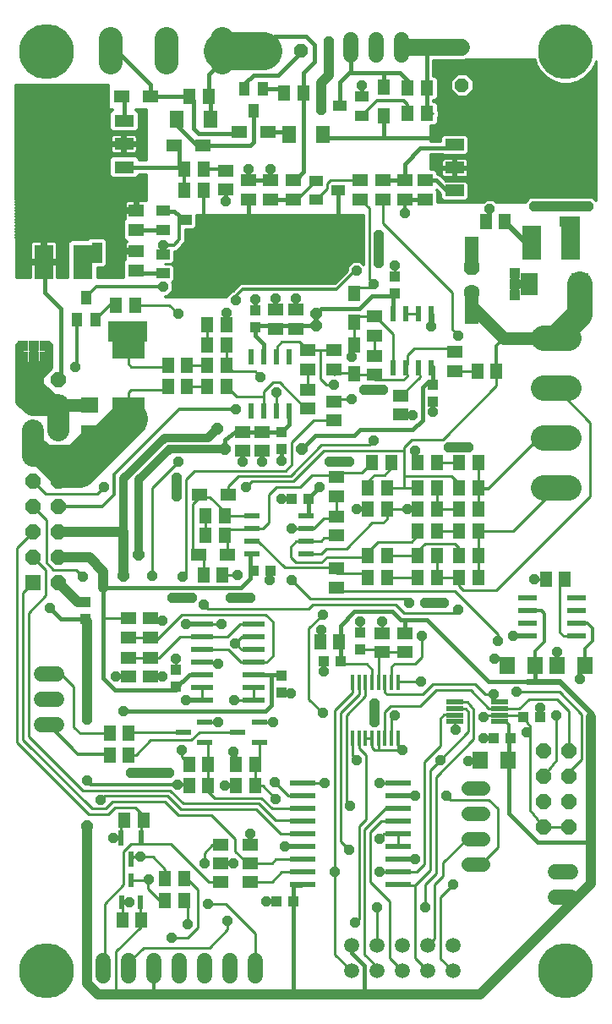
<source format=gtl>
G75*
G70*
%OFA0B0*%
%FSLAX24Y24*%
%IPPOS*%
%LPD*%
%AMOC8*
5,1,8,0,0,1.08239X$1,22.5*
%
%ADD10R,0.0551X0.0709*%
%ADD11R,0.0433X0.0394*%
%ADD12R,0.0591X0.0512*%
%ADD13R,0.0512X0.0591*%
%ADD14R,0.0630X0.0709*%
%ADD15R,0.0680X0.0190*%
%ADD16R,0.0138X0.0630*%
%ADD17R,0.1000X0.0220*%
%ADD18C,0.0594*%
%ADD19R,0.0394X0.0433*%
%ADD20C,0.1000*%
%ADD21OC8,0.0594*%
%ADD22C,0.0560*%
%ADD23C,0.0594*%
%ADD24C,0.0945*%
%ADD25R,0.0472X0.0591*%
%ADD26R,0.0591X0.0472*%
%ADD27OC8,0.0560*%
%ADD28R,0.0748X0.1339*%
%ADD29R,0.0866X0.0236*%
%ADD30R,0.0750X0.0450*%
%ADD31R,0.1250X0.2000*%
%ADD32OC8,0.0436*%
%ADD33R,0.0236X0.0610*%
%ADD34R,0.0394X0.0551*%
%ADD35R,0.0610X0.0236*%
%ADD36R,0.0551X0.0394*%
%ADD37R,0.1260X0.0709*%
%ADD38R,0.0600X0.0220*%
%ADD39R,0.0220X0.0600*%
%ADD40R,0.0220X0.0520*%
%ADD41R,0.0709X0.0630*%
%ADD42OC8,0.0630*%
%ADD43C,0.0630*%
%ADD44R,0.0551X0.1417*%
%ADD45C,0.0600*%
%ADD46R,0.0594X0.0594*%
%ADD47R,0.0780X0.0220*%
%ADD48R,0.0709X0.0866*%
%ADD49OC8,0.0396*%
%ADD50C,0.0120*%
%ADD51C,0.0100*%
%ADD52C,0.0160*%
%ADD53R,0.0396X0.0396*%
%ADD54C,0.0400*%
%ADD55C,0.0860*%
%ADD56C,0.0500*%
%ADD57C,0.0240*%
%ADD58OC8,0.0436*%
%ADD59R,0.0436X0.0436*%
%ADD60C,0.0340*%
%ADD61C,0.0320*%
%ADD62C,0.0660*%
%ADD63C,0.2165*%
%ADD64C,0.1500*%
D10*
X020162Y037801D03*
X021501Y037801D03*
X017051Y038401D03*
X015712Y038401D03*
D11*
X020247Y023451D03*
X020916Y023451D03*
X019416Y020601D03*
X018747Y020601D03*
X021522Y017026D03*
X022191Y017026D03*
X028222Y014001D03*
X028891Y014001D03*
X029397Y014826D03*
X030066Y014826D03*
X020316Y007576D03*
X019647Y007576D03*
X012106Y018691D03*
X012106Y019360D03*
D12*
X013831Y018725D03*
X013831Y017977D03*
X013831Y017175D03*
X013831Y016427D03*
X014681Y016427D03*
X014681Y017175D03*
X014681Y017977D03*
X014681Y018725D03*
X018313Y025327D03*
X018313Y026075D03*
X019082Y026075D03*
X019082Y025327D03*
X020881Y027002D03*
X020881Y027750D03*
X020881Y028552D03*
X020881Y029300D03*
X020425Y030145D03*
X020425Y030893D03*
X019619Y030900D03*
X019619Y030152D03*
X021908Y029304D03*
X021908Y028556D03*
X021906Y027275D03*
X021906Y026527D03*
X022031Y024295D03*
X022031Y023547D03*
X022031Y022750D03*
X022031Y022002D03*
X022031Y020700D03*
X022031Y019952D03*
X023831Y018150D03*
X023831Y017402D03*
X024706Y017402D03*
X024706Y018150D03*
X024550Y026772D03*
X024550Y027521D03*
X023506Y028327D03*
X023506Y029075D03*
X023506Y029877D03*
X023506Y030625D03*
X026681Y029225D03*
X026681Y028477D03*
X025531Y035252D03*
X025531Y036000D03*
X024706Y036000D03*
X024706Y035252D03*
X023856Y035252D03*
X023856Y036000D03*
X022956Y036000D03*
X022956Y035252D03*
X020306Y035252D03*
X020306Y036000D03*
X019431Y036000D03*
X019431Y035252D03*
X018556Y035252D03*
X018556Y036000D03*
X017656Y035627D03*
X017656Y036375D03*
X014131Y034800D03*
X014131Y034052D03*
X014131Y033200D03*
X014131Y032452D03*
D13*
X014080Y031076D03*
X013332Y031076D03*
X015382Y028701D03*
X016130Y028701D03*
X016130Y027876D03*
X015382Y027876D03*
X016932Y027876D03*
X017680Y027876D03*
X017680Y028701D03*
X017680Y029501D03*
X016932Y029501D03*
X016932Y028701D03*
X016932Y030301D03*
X017680Y030301D03*
X016780Y035601D03*
X016032Y035601D03*
X016032Y036426D03*
X016780Y036426D03*
X016980Y039301D03*
X016232Y039301D03*
X019957Y039451D03*
X020705Y039451D03*
X024832Y039626D03*
X025580Y039626D03*
X025580Y038626D03*
X024832Y038626D03*
X027907Y034376D03*
X028655Y034376D03*
X028330Y028476D03*
X027582Y028476D03*
X027605Y024876D03*
X026857Y024876D03*
X026857Y023876D03*
X026857Y023026D03*
X027605Y023026D03*
X027605Y023876D03*
X027605Y022181D03*
X026857Y022181D03*
X026857Y021201D03*
X027605Y021201D03*
X027605Y020351D03*
X026857Y020351D03*
X025980Y020351D03*
X025232Y020351D03*
X025232Y021201D03*
X025980Y021201D03*
X025980Y022181D03*
X025232Y022181D03*
X025232Y023026D03*
X025232Y023876D03*
X025980Y023876D03*
X025980Y023026D03*
X025980Y024876D03*
X025232Y024876D03*
X024180Y024876D03*
X023432Y024876D03*
X023257Y023876D03*
X023257Y023026D03*
X024005Y023026D03*
X024005Y023876D03*
X024005Y021201D03*
X023257Y021201D03*
X023257Y020351D03*
X024005Y020351D03*
X022130Y017801D03*
X021382Y017801D03*
X018805Y012976D03*
X018057Y012976D03*
X018057Y012126D03*
X018805Y012126D03*
X016955Y012126D03*
X016207Y012126D03*
X016207Y012976D03*
X016955Y012976D03*
X014405Y010776D03*
X013657Y010776D03*
X013830Y013351D03*
X013830Y014201D03*
X013082Y014201D03*
X013082Y013351D03*
X015257Y008476D03*
X016005Y008476D03*
X016005Y007601D03*
X015257Y007601D03*
X014330Y006826D03*
X013582Y006826D03*
X016782Y020451D03*
X017530Y020451D03*
X017605Y022001D03*
X017605Y022776D03*
X016857Y022776D03*
X016857Y022001D03*
X030282Y020276D03*
X031030Y020276D03*
D14*
X030730Y016876D03*
X029858Y016876D03*
X028755Y016876D03*
X028783Y013126D03*
X027680Y013126D03*
X031833Y016876D03*
D15*
X028461Y015431D03*
X028461Y015181D03*
X028461Y014921D03*
X028461Y014671D03*
X026701Y014671D03*
X026701Y014921D03*
X026701Y015181D03*
X026701Y015431D03*
D16*
X024442Y016203D03*
X024186Y016203D03*
X023930Y016203D03*
X023674Y016203D03*
X023419Y016203D03*
X023163Y016203D03*
X022907Y016203D03*
X022651Y016203D03*
X022651Y013998D03*
X022907Y013998D03*
X023163Y013998D03*
X023419Y013998D03*
X023674Y013998D03*
X023930Y013998D03*
X024186Y013998D03*
X024442Y013998D03*
D17*
X024436Y012226D03*
X024436Y011726D03*
X024436Y011226D03*
X024436Y010726D03*
X024436Y010226D03*
X024436Y009726D03*
X024436Y009226D03*
X024436Y008726D03*
X024436Y008226D03*
X020676Y008226D03*
X020676Y008726D03*
X020676Y009226D03*
X020676Y009726D03*
X020676Y010226D03*
X020676Y010726D03*
X020676Y011226D03*
X020676Y011726D03*
X020676Y012226D03*
D18*
X022606Y005826D03*
X022606Y004826D03*
X023606Y004826D03*
X023606Y005826D03*
X024606Y005826D03*
X024606Y004826D03*
X025606Y004826D03*
X025606Y005826D03*
X026606Y005826D03*
X026606Y004826D03*
D19*
X019856Y015791D03*
X019856Y016460D03*
X022956Y017516D03*
X022956Y018185D03*
X019856Y025391D03*
X019856Y026060D03*
X018806Y030216D03*
X018806Y030885D03*
X024306Y031541D03*
X024306Y032210D03*
X025806Y027935D03*
X025806Y027266D03*
X015681Y016710D03*
X015681Y016041D03*
D20*
X030181Y023870D02*
X031181Y023870D01*
X031181Y025839D02*
X030181Y025839D01*
X030181Y027807D02*
X031181Y027807D01*
X031181Y029776D02*
X030181Y029776D01*
X030681Y029776D02*
X031610Y030705D01*
X031610Y031901D01*
D21*
X031181Y013501D03*
X031181Y012501D03*
X031181Y011501D03*
X031181Y010501D03*
X030181Y010501D03*
X030181Y011501D03*
X030181Y012501D03*
X030181Y013501D03*
X011056Y020126D03*
X011056Y021126D03*
X011056Y022126D03*
X011056Y023126D03*
X011056Y024126D03*
X011056Y025126D03*
X011056Y026126D03*
X011056Y027126D03*
X011056Y028126D03*
X010056Y028126D03*
X010056Y027126D03*
X010056Y026126D03*
X010056Y025126D03*
X010056Y024126D03*
X010056Y023126D03*
X010056Y022126D03*
X010056Y021126D03*
D22*
X027226Y012051D02*
X027786Y012051D01*
X027786Y011051D02*
X027226Y011051D01*
X027226Y010051D02*
X027786Y010051D01*
X027786Y009051D02*
X027226Y009051D01*
D23*
X030660Y008726D02*
X031253Y008726D01*
X031253Y007726D02*
X030660Y007726D01*
X018831Y005247D02*
X018831Y004654D01*
X017831Y004654D02*
X017831Y005247D01*
X016831Y005247D02*
X016831Y004654D01*
X015831Y004654D02*
X015831Y005247D01*
X014831Y005247D02*
X014831Y004654D01*
X013831Y004654D02*
X013831Y005247D01*
X012831Y005247D02*
X012831Y004654D01*
X010978Y014526D02*
X010385Y014526D01*
X010385Y015526D02*
X010978Y015526D01*
X010978Y016526D02*
X010385Y016526D01*
D24*
X013106Y040630D02*
X013106Y041574D01*
X015306Y041574D02*
X015306Y040630D01*
X017506Y040630D02*
X017506Y041574D01*
D25*
X023881Y039671D03*
X023881Y038530D03*
X022706Y031546D03*
X022706Y030405D03*
X022706Y029521D03*
X022706Y028380D03*
D26*
X017752Y023601D03*
X016610Y023601D03*
X016585Y021226D03*
X017727Y021226D03*
X017460Y009801D03*
X017460Y009076D03*
X017460Y008351D03*
X018602Y008351D03*
X018602Y009076D03*
X018602Y009801D03*
X016752Y037376D03*
X015610Y037376D03*
X014677Y039301D03*
X013535Y039301D03*
X018185Y037901D03*
X019327Y037901D03*
D27*
X019106Y041101D03*
X020606Y041101D03*
X026956Y041251D03*
X026956Y039751D03*
D28*
X029714Y033526D03*
X031249Y033526D03*
X012024Y032776D03*
X010489Y032776D03*
D29*
X016708Y018501D03*
X016708Y018001D03*
X016708Y017501D03*
X016708Y017001D03*
X016708Y016501D03*
X016708Y016001D03*
X016708Y015501D03*
X018755Y015501D03*
X018755Y016001D03*
X018755Y016501D03*
X018755Y017001D03*
X018755Y017501D03*
X018755Y018001D03*
X018755Y018501D03*
D30*
X026671Y035591D03*
X026671Y036501D03*
X026671Y037411D03*
X013641Y037426D03*
X013641Y038336D03*
X013641Y036516D03*
D31*
X011371Y037426D03*
X028941Y036501D03*
D32*
X010056Y026126D03*
X010056Y026126D03*
D33*
X018658Y026913D03*
X019158Y026913D03*
X019658Y026913D03*
X020158Y026913D03*
X020158Y029039D03*
X019658Y029039D03*
X019158Y029039D03*
X018658Y029039D03*
X024258Y028613D03*
X024758Y028613D03*
X025258Y028613D03*
X025758Y028613D03*
X025758Y030739D03*
X025258Y030739D03*
X024758Y030739D03*
X024258Y030739D03*
D34*
X018756Y038743D03*
X018382Y039609D03*
X019130Y039609D03*
X012530Y030518D03*
X011782Y030518D03*
X012156Y031384D03*
D35*
X018693Y022774D03*
X018693Y022274D03*
X018693Y021774D03*
X018693Y021274D03*
X020819Y021274D03*
X020819Y021774D03*
X020819Y022274D03*
X020819Y022774D03*
D36*
X015173Y032327D03*
X015173Y033075D03*
X015173Y034052D03*
X015173Y034800D03*
X016039Y034426D03*
X016039Y032701D03*
X021223Y035227D03*
X021223Y035975D03*
X022089Y035601D03*
X023014Y038552D03*
X023014Y039300D03*
X022148Y038926D03*
D37*
X013806Y029303D03*
X013806Y027098D03*
D38*
X016831Y014651D03*
X016831Y013851D03*
X015981Y014251D03*
X018131Y014251D03*
X018981Y014651D03*
X018981Y013851D03*
D39*
X014331Y010076D03*
X013931Y009226D03*
X013531Y010076D03*
D40*
X013931Y008406D03*
X013561Y007546D03*
X014301Y007546D03*
D41*
X012281Y026024D03*
X012281Y027127D03*
D42*
X027356Y032576D03*
D43*
X027356Y031576D03*
D44*
X027356Y031052D03*
X027356Y033060D03*
D45*
X024573Y040952D02*
X024573Y041552D01*
X023573Y041552D02*
X023573Y040952D01*
X022573Y040952D02*
X022573Y041552D01*
D46*
X010056Y020126D03*
D47*
X029561Y019526D03*
X029561Y019026D03*
X029561Y018526D03*
X029561Y018026D03*
X031501Y018026D03*
X031501Y018526D03*
X031501Y019026D03*
X031501Y019526D03*
D48*
X031610Y031901D03*
X029602Y031901D03*
D49*
X029806Y034976D03*
X028056Y034876D03*
X025756Y030251D03*
X026831Y029876D03*
X025806Y026876D03*
X026456Y025476D03*
X027206Y025476D03*
X025131Y025351D03*
X025006Y026751D03*
X023856Y027751D03*
X023106Y027751D03*
X022631Y027376D03*
X021931Y027926D03*
X022606Y029051D03*
X023481Y031901D03*
X023681Y032726D03*
X024306Y032651D03*
X023681Y033851D03*
X024706Y034701D03*
X022806Y032426D03*
X020431Y031326D03*
X019631Y031326D03*
X018806Y031301D03*
X018056Y031276D03*
X017681Y030776D03*
X019031Y028251D03*
X019656Y027626D03*
X018056Y026976D03*
X018332Y024901D03*
X019081Y024901D03*
X019856Y024926D03*
X019856Y023451D03*
X020256Y022276D03*
X021356Y023901D03*
X021756Y024901D03*
X022506Y024901D03*
X023481Y025726D03*
X022831Y023026D03*
X024806Y023026D03*
X024881Y019351D03*
X025506Y019351D03*
X026256Y019351D03*
X026831Y019076D03*
X028381Y017826D03*
X028981Y018026D03*
X028256Y017151D03*
X029106Y015826D03*
X028206Y015726D03*
X027806Y014826D03*
X027831Y014001D03*
X027206Y013101D03*
X026106Y013151D03*
X026356Y011726D03*
X025106Y011726D03*
X024606Y013526D03*
X023731Y012226D03*
X022806Y013151D03*
X023506Y014626D03*
X023506Y015376D03*
X024306Y014901D03*
X025356Y016226D03*
X025381Y018026D03*
X023831Y018601D03*
X022956Y018601D03*
X021481Y018876D03*
X021406Y018276D03*
X021506Y016626D03*
X021481Y015001D03*
X020231Y015776D03*
X019506Y014651D03*
X017981Y015501D03*
X017356Y014651D03*
X017956Y013476D03*
X017631Y012126D03*
X018606Y010226D03*
X017956Y009076D03*
X016956Y007476D03*
X017731Y006801D03*
X016156Y006676D03*
X015531Y006151D03*
X014606Y008426D03*
X014281Y009326D03*
X013231Y010076D03*
X012731Y011576D03*
X012181Y012326D03*
X012181Y014726D03*
X013631Y015076D03*
X013331Y016426D03*
X015156Y016426D03*
X015681Y017126D03*
X016081Y018501D03*
X015156Y018651D03*
X015556Y019526D03*
X016306Y019526D03*
X016781Y019276D03*
X017481Y018501D03*
X018031Y017751D03*
X017356Y016951D03*
X016081Y015501D03*
X015906Y013551D03*
X015406Y012651D03*
X015756Y012176D03*
X014656Y012651D03*
X013906Y012651D03*
X016806Y009076D03*
X019256Y007576D03*
X019981Y009726D03*
X019631Y011601D03*
X019581Y012276D03*
X021556Y012226D03*
X022556Y011351D03*
X023706Y010051D03*
X023731Y008726D03*
X023606Y007326D03*
X022756Y006726D03*
X021956Y008751D03*
X022531Y009601D03*
X025131Y009226D03*
X026606Y008226D03*
X025506Y007326D03*
X026706Y014351D03*
X029506Y014251D03*
X030056Y015201D03*
X030681Y014901D03*
X031608Y016352D03*
X030731Y017401D03*
X029831Y020276D03*
X020256Y020226D03*
X019381Y020226D03*
X018606Y019526D03*
X018131Y020451D03*
X017856Y019526D03*
X015956Y020376D03*
X014756Y020401D03*
X015706Y023551D03*
X015706Y024276D03*
X015781Y024901D03*
X018456Y023901D03*
X015781Y030726D03*
X015181Y031801D03*
X015181Y033451D03*
X017656Y035176D03*
X018556Y036451D03*
X019431Y036451D03*
X021406Y038776D03*
X023006Y039726D03*
X021731Y041476D03*
X011731Y028626D03*
X012856Y023901D03*
X012031Y020376D03*
X010706Y019126D03*
X013856Y007526D03*
X031956Y034976D03*
D50*
X028633Y029776D02*
X028330Y029473D01*
X028330Y028476D01*
X030019Y025839D02*
X028031Y023851D01*
X027581Y023851D01*
X030019Y025839D02*
X030681Y025839D01*
X030106Y019026D02*
X029561Y019026D01*
X030106Y019026D02*
X030231Y018901D01*
X030231Y017801D01*
X029856Y017426D01*
X029856Y016877D01*
X029858Y016876D01*
X030730Y016876D02*
X030731Y017102D01*
X031608Y016651D02*
X031833Y016876D01*
X031831Y016876D02*
X031831Y017526D01*
X032131Y017826D01*
X032131Y018326D01*
X031931Y018526D01*
X031501Y018526D01*
X031608Y016651D02*
X031608Y016352D01*
X028831Y014551D02*
X028831Y014001D01*
X028831Y014551D02*
X028731Y014651D01*
X028481Y014651D01*
X028461Y014671D01*
X028222Y014001D02*
X027831Y014001D01*
X023257Y023026D02*
X022831Y023026D01*
X020158Y026913D02*
X020171Y027001D01*
X020158Y026974D02*
X020156Y026976D01*
X019856Y026060D02*
X019874Y026028D01*
X018956Y026051D02*
X018956Y026076D01*
X018955Y026075D01*
X018306Y025326D02*
X018331Y025301D01*
X018056Y026976D02*
X015831Y026976D01*
X013256Y024401D01*
X013256Y023601D01*
X012781Y023126D01*
X011056Y023126D01*
X011731Y028626D02*
X011782Y028677D01*
X011782Y030518D01*
X012530Y030518D02*
X013088Y031076D01*
X013332Y031076D01*
X012556Y031801D02*
X012156Y031401D01*
X012556Y031801D02*
X015181Y031801D01*
X015173Y033075D02*
X015173Y033443D01*
X015181Y033451D01*
X015606Y033451D01*
X015831Y033676D01*
X015831Y034451D01*
X015856Y034426D01*
X016039Y034426D01*
X015831Y034451D02*
X015831Y034576D01*
X015806Y034601D01*
X016032Y035601D02*
X016032Y036426D01*
X016780Y036426D02*
X017605Y036426D01*
X017656Y036375D01*
X018556Y036451D02*
X018556Y036000D01*
X019106Y034601D02*
X019131Y034576D01*
X020306Y035252D02*
X020482Y035252D01*
X021205Y035975D01*
X021223Y035975D01*
X022931Y035227D02*
X022956Y035252D01*
X024706Y035252D02*
X024706Y034701D01*
X022806Y032426D02*
X022756Y032426D01*
X022031Y031701D01*
X018331Y031701D01*
X018056Y031426D01*
X018056Y031276D01*
X018806Y030216D02*
X018921Y030277D01*
X019156Y029116D02*
X019158Y029039D01*
X016756Y034576D02*
X016780Y034600D01*
X016780Y035601D01*
X014506Y035626D02*
X009395Y035626D01*
X009395Y035508D02*
X014506Y035508D01*
X014506Y035389D02*
X009396Y035389D01*
X009396Y035271D02*
X014506Y035271D01*
X014488Y035205D02*
X014448Y035216D01*
X014191Y035216D01*
X014191Y034860D01*
X014071Y034860D01*
X014071Y035216D01*
X013815Y035216D01*
X013774Y035205D01*
X013738Y035184D01*
X013708Y035154D01*
X013687Y035117D01*
X013676Y035077D01*
X013676Y034860D01*
X014071Y034860D01*
X014071Y034740D01*
X013676Y034740D01*
X013676Y034523D01*
X013687Y034482D01*
X013692Y034474D01*
X013616Y034399D01*
X013616Y033705D01*
X013737Y033583D01*
X013708Y033554D01*
X013687Y033517D01*
X013676Y033477D01*
X013676Y033260D01*
X014071Y033260D01*
X014071Y033140D01*
X013676Y033140D01*
X013676Y032923D01*
X013687Y032882D01*
X013692Y032874D01*
X013616Y032799D01*
X013616Y032176D01*
X012618Y032176D01*
X012618Y032532D01*
X012871Y032532D01*
X012999Y032661D01*
X012999Y033615D01*
X012871Y033744D01*
X012292Y033744D01*
X012213Y033665D01*
X011559Y033665D01*
X011430Y033536D01*
X011430Y032176D01*
X011023Y032176D01*
X011023Y032716D01*
X010549Y032716D01*
X010549Y032836D01*
X010429Y032836D01*
X010429Y033605D01*
X010094Y033605D01*
X010053Y033594D01*
X010016Y033573D01*
X009987Y033543D01*
X009966Y033507D01*
X009955Y033466D01*
X009955Y032836D01*
X010429Y032836D01*
X010429Y032716D01*
X009955Y032716D01*
X009955Y032176D01*
X009406Y032176D01*
X009386Y038311D01*
X009386Y039726D01*
X013006Y039726D01*
X013006Y038776D01*
X013170Y038776D01*
X013046Y038652D01*
X013046Y038019D01*
X013175Y037891D01*
X014107Y037891D01*
X014236Y038019D01*
X014236Y038652D01*
X014112Y038776D01*
X014506Y038776D01*
X014506Y036816D01*
X014236Y036816D01*
X014236Y036832D01*
X014107Y036961D01*
X013175Y036961D01*
X013046Y036832D01*
X013046Y036199D01*
X013175Y036071D01*
X014107Y036071D01*
X014236Y036199D01*
X014236Y036216D01*
X014506Y036216D01*
X014506Y035194D01*
X014488Y035205D01*
X014191Y035152D02*
X014071Y035152D01*
X014071Y035034D02*
X014191Y035034D01*
X014191Y034915D02*
X014071Y034915D01*
X014071Y034797D02*
X009398Y034797D01*
X009397Y034915D02*
X013676Y034915D01*
X013676Y035034D02*
X009397Y035034D01*
X009397Y035152D02*
X013707Y035152D01*
X013676Y034678D02*
X009398Y034678D01*
X009398Y034560D02*
X013676Y034560D01*
X013659Y034441D02*
X009399Y034441D01*
X009399Y034323D02*
X013616Y034323D01*
X013616Y034204D02*
X009400Y034204D01*
X009400Y034086D02*
X013616Y034086D01*
X013616Y033967D02*
X009400Y033967D01*
X009401Y033849D02*
X013616Y033849D01*
X013616Y033730D02*
X012884Y033730D01*
X012999Y033612D02*
X013709Y033612D01*
X013681Y033493D02*
X012999Y033493D01*
X012999Y033375D02*
X013676Y033375D01*
X013676Y033138D02*
X012999Y033138D01*
X012999Y033256D02*
X014071Y033256D01*
X013676Y033019D02*
X012999Y033019D01*
X012999Y032901D02*
X013682Y032901D01*
X013616Y032782D02*
X012999Y032782D01*
X012999Y032664D02*
X013616Y032664D01*
X013616Y032545D02*
X012883Y032545D01*
X012618Y032427D02*
X013616Y032427D01*
X013616Y032308D02*
X012618Y032308D01*
X012618Y032190D02*
X013616Y032190D01*
X012279Y033730D02*
X009401Y033730D01*
X009402Y033612D02*
X011506Y033612D01*
X011430Y033493D02*
X011015Y033493D01*
X011012Y033507D02*
X010991Y033543D01*
X010961Y033573D01*
X010924Y033594D01*
X010884Y033605D01*
X010549Y033605D01*
X010549Y032836D01*
X011023Y032836D01*
X011023Y033466D01*
X011012Y033507D01*
X011023Y033375D02*
X011430Y033375D01*
X011430Y033256D02*
X011023Y033256D01*
X011023Y033138D02*
X011430Y033138D01*
X011430Y033019D02*
X011023Y033019D01*
X011023Y032901D02*
X011430Y032901D01*
X011430Y032782D02*
X010549Y032782D01*
X010549Y032716D02*
X010549Y032176D01*
X010429Y032176D01*
X010429Y032716D01*
X010549Y032716D01*
X010549Y032664D02*
X010429Y032664D01*
X010429Y032782D02*
X009404Y032782D01*
X009405Y032664D02*
X009955Y032664D01*
X009955Y032545D02*
X009405Y032545D01*
X009406Y032427D02*
X009955Y032427D01*
X009955Y032308D02*
X009406Y032308D01*
X009406Y032190D02*
X009955Y032190D01*
X009955Y032901D02*
X009404Y032901D01*
X009404Y033019D02*
X009955Y033019D01*
X009955Y033138D02*
X009403Y033138D01*
X009403Y033256D02*
X009955Y033256D01*
X009955Y033375D02*
X009402Y033375D01*
X009402Y033493D02*
X009962Y033493D01*
X010429Y033493D02*
X010549Y033493D01*
X010549Y033375D02*
X010429Y033375D01*
X010429Y033256D02*
X010549Y033256D01*
X010549Y033138D02*
X010429Y033138D01*
X010429Y033019D02*
X010549Y033019D01*
X010549Y032901D02*
X010429Y032901D01*
X010429Y032545D02*
X010549Y032545D01*
X010549Y032427D02*
X010429Y032427D01*
X010429Y032308D02*
X010549Y032308D01*
X010549Y032190D02*
X010429Y032190D01*
X011023Y032190D02*
X011430Y032190D01*
X011430Y032308D02*
X011023Y032308D01*
X011023Y032427D02*
X011430Y032427D01*
X011430Y032545D02*
X011023Y032545D01*
X011023Y032664D02*
X011430Y032664D01*
X009395Y035745D02*
X014506Y035745D01*
X014506Y035863D02*
X009394Y035863D01*
X009394Y035982D02*
X014506Y035982D01*
X014506Y036100D02*
X014137Y036100D01*
X014138Y036930D02*
X014506Y036930D01*
X014506Y037048D02*
X014066Y037048D01*
X014078Y037051D02*
X014115Y037073D01*
X014144Y037102D01*
X014165Y037139D01*
X014176Y037180D01*
X014176Y037373D01*
X013694Y037373D01*
X013694Y037478D01*
X014176Y037478D01*
X014176Y037672D01*
X014165Y037712D01*
X014144Y037749D01*
X014115Y037779D01*
X014078Y037800D01*
X014037Y037811D01*
X013694Y037811D01*
X013694Y037478D01*
X013589Y037478D01*
X013589Y037811D01*
X013245Y037811D01*
X013205Y037800D01*
X013168Y037779D01*
X013138Y037749D01*
X013117Y037712D01*
X013106Y037672D01*
X013106Y037478D01*
X013589Y037478D01*
X013589Y037373D01*
X013694Y037373D01*
X013694Y037041D01*
X014037Y037041D01*
X014078Y037051D01*
X014173Y037167D02*
X014506Y037167D01*
X014506Y037285D02*
X014176Y037285D01*
X014176Y037522D02*
X014506Y037522D01*
X014506Y037404D02*
X013694Y037404D01*
X013589Y037404D02*
X009389Y037404D01*
X009389Y037522D02*
X013106Y037522D01*
X013106Y037641D02*
X009388Y037641D01*
X009388Y037759D02*
X013149Y037759D01*
X013070Y037996D02*
X009387Y037996D01*
X009387Y037878D02*
X014506Y037878D01*
X014506Y037996D02*
X014213Y037996D01*
X014236Y038115D02*
X014506Y038115D01*
X014506Y038233D02*
X014236Y038233D01*
X014236Y038352D02*
X014506Y038352D01*
X014506Y038470D02*
X014236Y038470D01*
X014236Y038589D02*
X014506Y038589D01*
X014506Y038707D02*
X014181Y038707D01*
X014134Y037759D02*
X014506Y037759D01*
X014506Y037641D02*
X014176Y037641D01*
X013694Y037641D02*
X013589Y037641D01*
X013589Y037759D02*
X013694Y037759D01*
X013694Y037522D02*
X013589Y037522D01*
X013589Y037373D02*
X013106Y037373D01*
X013106Y037180D01*
X013117Y037139D01*
X013138Y037102D01*
X013168Y037073D01*
X013205Y037051D01*
X013245Y037041D01*
X013589Y037041D01*
X013589Y037373D01*
X013589Y037285D02*
X013694Y037285D01*
X013694Y037167D02*
X013589Y037167D01*
X013589Y037048D02*
X013694Y037048D01*
X013217Y037048D02*
X009390Y037048D01*
X009391Y036930D02*
X013144Y036930D01*
X013046Y036811D02*
X009391Y036811D01*
X009391Y036693D02*
X013046Y036693D01*
X013046Y036574D02*
X009392Y036574D01*
X009392Y036456D02*
X013046Y036456D01*
X013046Y036337D02*
X009393Y036337D01*
X009393Y036219D02*
X013046Y036219D01*
X013146Y036100D02*
X009393Y036100D01*
X009390Y037167D02*
X013110Y037167D01*
X013106Y037285D02*
X009389Y037285D01*
X009387Y038115D02*
X013046Y038115D01*
X013046Y038233D02*
X009386Y038233D01*
X009386Y038352D02*
X013046Y038352D01*
X013046Y038470D02*
X009386Y038470D01*
X009386Y038589D02*
X013046Y038589D01*
X013102Y038707D02*
X009386Y038707D01*
X009386Y038826D02*
X013006Y038826D01*
X013006Y038944D02*
X009386Y038944D01*
X009386Y039063D02*
X013006Y039063D01*
X013006Y039181D02*
X009386Y039181D01*
X009386Y039300D02*
X013006Y039300D01*
X013006Y039418D02*
X009386Y039418D01*
X009386Y039537D02*
X013006Y039537D01*
X013006Y039655D02*
X009386Y039655D01*
X023014Y038552D02*
X023032Y038552D01*
X023606Y039126D01*
X024681Y039126D01*
X024832Y038975D01*
X024832Y038626D01*
X013830Y016501D02*
X013831Y016427D01*
X012931Y013376D02*
X011831Y013376D01*
X010681Y014526D01*
X012181Y012326D02*
X012331Y012176D01*
X015756Y012176D01*
X016207Y012126D01*
X017631Y012126D02*
X018057Y012126D01*
X020676Y008226D02*
X020691Y008211D01*
X014831Y004951D02*
X014831Y003926D01*
X014806Y003901D01*
D51*
X012256Y011001D02*
X009431Y013826D01*
X009431Y021501D01*
X010056Y022126D01*
X010581Y022601D02*
X010056Y023126D01*
X010556Y023626D02*
X012581Y023626D01*
X012856Y023901D01*
X014756Y023876D02*
X015781Y024901D01*
X016431Y024551D02*
X016081Y024201D01*
X016081Y020501D01*
X015956Y020376D01*
X016781Y020401D02*
X016781Y020476D01*
X016781Y021030D01*
X016585Y021226D01*
X016356Y021455D01*
X016356Y023251D01*
X016610Y023505D01*
X017027Y023505D01*
X017605Y022927D01*
X017605Y022776D01*
X018456Y022776D01*
X018466Y022786D01*
X018681Y022786D01*
X018693Y022774D01*
X018691Y022276D02*
X018693Y022274D01*
X018645Y022226D01*
X017656Y022226D01*
X017605Y022175D01*
X017605Y022001D01*
X017727Y021879D01*
X017727Y021226D01*
X017530Y020451D02*
X018131Y020451D01*
X018693Y021774D02*
X018933Y021774D01*
X019981Y020726D01*
X022005Y020726D01*
X022031Y020700D01*
X022032Y020701D01*
X022032Y020527D01*
X022006Y020501D01*
X023256Y020501D01*
X023256Y020376D01*
X023281Y020351D01*
X023107Y021051D02*
X023257Y021201D01*
X023256Y021202D01*
X023256Y021351D01*
X023656Y021751D01*
X024981Y021751D01*
X025231Y022001D01*
X025231Y022126D01*
X025206Y022151D01*
X025506Y021676D02*
X025232Y021402D01*
X025232Y021201D01*
X024005Y021201D01*
X023281Y021176D02*
X023256Y021151D01*
X023206Y021151D02*
X023256Y021201D01*
X023206Y021151D02*
X021656Y021151D01*
X021431Y020926D01*
X020406Y020926D01*
X020206Y021126D01*
X020206Y021551D01*
X020429Y021774D01*
X020819Y021774D01*
X020821Y021776D01*
X021406Y021776D01*
X021529Y021899D01*
X021828Y021899D01*
X022031Y022002D01*
X022406Y021476D02*
X023431Y022501D01*
X023856Y022501D01*
X024006Y022651D01*
X024006Y023025D01*
X024005Y023026D01*
X024806Y023026D01*
X025232Y023026D01*
X025232Y023876D02*
X025231Y023878D01*
X024681Y023878D01*
X024681Y024351D01*
X024681Y025351D01*
X024681Y025476D01*
X024981Y025776D01*
X026206Y025776D01*
X028330Y027900D01*
X028330Y028476D01*
X027582Y028476D02*
X026681Y028476D01*
X026656Y028501D01*
X026681Y029225D02*
X026681Y029351D01*
X026706Y029376D01*
X025081Y029376D01*
X024806Y029101D01*
X024806Y028751D01*
X024831Y028726D01*
X024758Y028613D02*
X024808Y028278D01*
X024656Y028126D01*
X023531Y028126D01*
X023531Y028326D01*
X023506Y028351D01*
X023506Y028327D02*
X023431Y028351D01*
X022756Y028351D01*
X022731Y028376D01*
X022706Y028376D01*
X022681Y028401D01*
X022106Y028401D01*
X021906Y028351D01*
X021906Y028551D01*
X021381Y028176D02*
X021631Y027926D01*
X021931Y027926D01*
X022007Y027376D02*
X021906Y027275D01*
X022007Y027376D02*
X022631Y027376D01*
X021931Y026526D02*
X021881Y026526D01*
X021882Y026527D01*
X021906Y026527D01*
X021881Y026526D02*
X021106Y026526D01*
X020256Y025676D01*
X020256Y024801D01*
X020006Y024551D01*
X016431Y024551D01*
X016610Y023601D02*
X016610Y023505D01*
X016881Y022776D02*
X016857Y022752D01*
X016857Y022001D01*
X016781Y020476D02*
X016782Y020475D01*
X016782Y020451D01*
X016781Y019276D02*
X016956Y019101D01*
X020906Y019101D01*
X021081Y019276D01*
X024356Y019276D01*
X024681Y018951D01*
X026706Y018951D01*
X026831Y019076D01*
X026681Y019801D02*
X028381Y018101D01*
X028381Y017826D01*
X028981Y018026D02*
X029561Y018026D01*
X030831Y018176D02*
X030831Y020126D01*
X031006Y020301D01*
X030282Y020276D02*
X029831Y020276D01*
X028306Y019826D02*
X032031Y023551D01*
X032031Y026451D01*
X030681Y027801D01*
X030681Y027807D01*
X030681Y023870D02*
X028992Y022181D01*
X027605Y022181D01*
X027605Y021201D01*
X027605Y020351D01*
X026857Y020351D02*
X025980Y020351D01*
X025980Y020750D01*
X025980Y021201D01*
X025981Y020751D02*
X025980Y020750D01*
X025232Y020351D02*
X024005Y020351D01*
X023256Y021351D02*
X023256Y021401D01*
X022406Y021476D02*
X021606Y021476D01*
X021404Y021274D01*
X020819Y021274D01*
X020819Y022274D02*
X020404Y022274D01*
X020256Y022276D01*
X020819Y022274D02*
X021129Y022274D01*
X021531Y022676D01*
X021857Y022676D01*
X022031Y022750D01*
X022031Y023547D01*
X022031Y024295D02*
X022031Y024376D01*
X022031Y024401D01*
X022106Y024476D01*
X023032Y024476D01*
X023432Y024876D01*
X023506Y024376D02*
X023257Y024127D01*
X023257Y023876D01*
X023506Y024376D02*
X023906Y024376D01*
X024156Y024626D01*
X024156Y024852D01*
X024180Y024876D01*
X024681Y025351D02*
X021531Y025351D01*
X020306Y024126D01*
X018681Y024126D01*
X018456Y023901D01*
X018156Y024351D02*
X017752Y023946D01*
X017752Y023601D01*
X018156Y024351D02*
X020206Y024351D01*
X021431Y025576D01*
X023331Y025576D01*
X023481Y025726D01*
X024431Y026751D02*
X024753Y026751D01*
X025006Y026751D01*
X024753Y026751D02*
X024550Y026772D01*
X024581Y027526D02*
X025308Y028253D01*
X025258Y028613D01*
X024258Y028613D02*
X024258Y029924D01*
X023706Y030476D01*
X023655Y030476D01*
X023506Y030625D01*
X022926Y030625D01*
X022706Y030405D01*
X022706Y029521D01*
X022606Y029421D01*
X022606Y029051D01*
X022681Y029496D02*
X022706Y029521D01*
X022706Y030405D02*
X022817Y030519D01*
X023506Y029877D02*
X023508Y029077D01*
X023506Y029076D01*
X024806Y030739D02*
X024806Y030751D01*
X024806Y030739D02*
X025258Y030739D01*
X025758Y030739D02*
X025808Y030753D01*
X025806Y030753D01*
X025806Y030351D01*
X025756Y030251D01*
X026581Y030126D02*
X026831Y029876D01*
X026581Y030126D02*
X026581Y031576D01*
X023856Y034301D01*
X023856Y035252D01*
X023306Y034901D02*
X023306Y032076D01*
X023481Y031901D01*
X023356Y031776D01*
X022881Y031776D01*
X022706Y031601D01*
X022706Y031546D01*
X022142Y032136D02*
X015619Y032136D01*
X015619Y032059D02*
X015619Y032594D01*
X015519Y032693D01*
X015256Y032693D01*
X015256Y032708D01*
X015519Y032708D01*
X015619Y032807D01*
X015619Y033221D01*
X015702Y033221D01*
X015927Y033446D01*
X016061Y033580D01*
X016061Y034059D01*
X016385Y034059D01*
X016485Y034158D01*
X016485Y034651D01*
X023086Y034651D01*
X023086Y032666D01*
X022959Y032794D01*
X022654Y032794D01*
X022438Y032578D01*
X022438Y032433D01*
X021936Y031931D01*
X018236Y031931D01*
X018101Y031796D01*
X017949Y031644D01*
X017904Y031644D01*
X017688Y031428D01*
X017688Y031401D01*
X015256Y031401D01*
X015256Y031432D01*
X015334Y031432D01*
X015549Y031648D01*
X015549Y031953D01*
X015531Y031971D01*
X015619Y032059D01*
X015597Y032038D02*
X022043Y032038D01*
X021945Y031939D02*
X015549Y031939D01*
X015549Y031841D02*
X018146Y031841D01*
X018048Y031742D02*
X015549Y031742D01*
X015545Y031644D02*
X017904Y031644D01*
X017805Y031545D02*
X015447Y031545D01*
X015348Y031447D02*
X017707Y031447D01*
X016932Y030301D02*
X016932Y029501D01*
X016932Y029502D02*
X016931Y029501D01*
X016932Y028701D02*
X016130Y028701D01*
X015382Y028701D02*
X015332Y028651D01*
X013931Y028651D01*
X013806Y028776D01*
X013806Y029303D01*
X013931Y027751D02*
X015281Y027751D01*
X015356Y027826D01*
X015356Y027850D01*
X015382Y027876D01*
X015356Y027826D02*
X015381Y027801D01*
X016130Y027876D02*
X016932Y027876D01*
X017680Y027876D02*
X017681Y027876D01*
X018081Y027476D01*
X019156Y027476D01*
X019156Y027676D01*
X019506Y028026D01*
X019781Y028026D01*
X020756Y027051D01*
X020832Y027051D01*
X020881Y027002D01*
X020881Y027101D01*
X020906Y027126D01*
X020881Y027101D02*
X020731Y027101D01*
X020881Y027750D02*
X020881Y028552D01*
X020881Y029300D02*
X020555Y029626D01*
X019856Y029626D01*
X019681Y029451D01*
X019681Y029091D01*
X019658Y029039D01*
X019031Y028251D02*
X018806Y028476D01*
X017906Y028476D01*
X017681Y028701D01*
X017680Y028701D02*
X017680Y029500D01*
X017681Y029501D01*
X019156Y027476D02*
X019156Y026990D01*
X019158Y026913D01*
X019082Y026075D02*
X018957Y026075D01*
X018956Y026076D01*
X018313Y026075D02*
X018307Y026075D01*
X018306Y026076D01*
X019658Y026913D02*
X019658Y027624D01*
X019656Y027626D01*
X019656Y026990D02*
X019658Y026913D01*
X020158Y026913D02*
X020158Y026974D01*
X021381Y028176D02*
X021381Y029304D01*
X020885Y029304D01*
X020881Y029300D01*
X020805Y029376D01*
X021381Y029304D02*
X021409Y029304D01*
X021406Y029301D01*
X021409Y029304D02*
X021908Y029304D01*
X021779Y029300D01*
X022240Y032235D02*
X015619Y032235D01*
X015619Y032333D02*
X022339Y032333D01*
X022437Y032432D02*
X015619Y032432D01*
X015619Y032530D02*
X022438Y032530D01*
X022489Y032629D02*
X015584Y032629D01*
X015539Y032727D02*
X022587Y032727D01*
X023025Y032727D02*
X023086Y032727D01*
X023086Y032826D02*
X015619Y032826D01*
X015619Y032924D02*
X023086Y032924D01*
X023086Y033023D02*
X015619Y033023D01*
X015619Y033121D02*
X023086Y033121D01*
X023086Y033220D02*
X015619Y033220D01*
X015799Y033318D02*
X023086Y033318D01*
X023086Y033417D02*
X015898Y033417D01*
X015996Y033515D02*
X023086Y033515D01*
X023086Y033614D02*
X016061Y033614D01*
X016061Y033712D02*
X023086Y033712D01*
X023086Y033811D02*
X016061Y033811D01*
X016061Y033909D02*
X023086Y033909D01*
X023086Y034008D02*
X016061Y034008D01*
X016433Y034106D02*
X023086Y034106D01*
X023086Y034205D02*
X016485Y034205D01*
X016485Y034303D02*
X023086Y034303D01*
X023086Y034402D02*
X016485Y034402D01*
X016485Y034500D02*
X023086Y034500D01*
X023086Y034599D02*
X016485Y034599D01*
X015431Y031076D02*
X015781Y030726D01*
X015431Y031076D02*
X014080Y031076D01*
X014080Y031250D01*
X014131Y031301D01*
X012581Y033326D02*
X012174Y033326D01*
X012024Y032776D01*
X010481Y032551D02*
X010481Y033151D01*
X010506Y033176D01*
X013931Y027751D02*
X013806Y027626D01*
X013806Y027098D01*
X014756Y023876D02*
X014756Y020401D01*
X014681Y018725D02*
X014682Y018651D01*
X015156Y018651D01*
X014957Y017902D02*
X014681Y017977D01*
X013831Y017977D01*
X013831Y018725D02*
X012830Y018725D01*
X012806Y018701D01*
X013831Y017175D02*
X014681Y017175D01*
X015030Y017175D01*
X015856Y018001D01*
X016708Y018001D01*
X017731Y018001D01*
X018231Y018501D01*
X018755Y018501D01*
X018755Y018001D02*
X018281Y018001D01*
X018031Y017751D01*
X018281Y017501D01*
X018755Y017501D01*
X018755Y017001D02*
X018256Y017001D01*
X017756Y017501D01*
X016708Y017501D01*
X016708Y017001D02*
X017306Y017001D01*
X017356Y016951D01*
X016708Y016501D02*
X016698Y016510D01*
X016708Y016001D02*
X016708Y015501D01*
X016081Y015501D01*
X015981Y014251D02*
X013755Y014251D01*
X013830Y014201D01*
X013730Y014176D01*
X013082Y014201D02*
X011906Y014201D01*
X011656Y014451D01*
X011656Y016026D01*
X011156Y016526D01*
X010681Y016526D01*
X009881Y018951D02*
X009881Y014076D01*
X012006Y011951D01*
X015456Y011951D01*
X015981Y011426D01*
X018956Y011426D01*
X019606Y010776D01*
X020626Y010776D01*
X020676Y010726D01*
X020681Y010726D02*
X020656Y010751D01*
X020676Y011226D02*
X019481Y011226D01*
X019056Y011651D01*
X017206Y011651D01*
X016956Y011901D01*
X016956Y012126D01*
X016955Y012126D02*
X016955Y012976D01*
X016955Y013850D01*
X016956Y013851D01*
X016831Y013851D01*
X016655Y013851D01*
X016281Y013926D02*
X016606Y014251D01*
X018131Y014251D01*
X017956Y013476D02*
X018056Y013451D01*
X018056Y013026D01*
X018081Y013001D01*
X018056Y012977D02*
X018057Y012976D01*
X018805Y012976D02*
X018805Y012126D01*
X019106Y012126D01*
X019631Y011601D01*
X020131Y011726D02*
X019581Y012276D01*
X020131Y011726D02*
X020676Y011726D01*
X020676Y012226D02*
X021556Y012226D01*
X022406Y011501D02*
X022556Y011351D01*
X022406Y011501D02*
X022406Y014901D01*
X023163Y015657D01*
X023163Y016203D01*
X023419Y016203D02*
X023419Y016713D01*
X023206Y016926D01*
X022181Y016926D01*
X022181Y017016D01*
X022191Y017026D01*
X022191Y017740D02*
X022130Y017801D01*
X021406Y017801D02*
X021206Y017601D01*
X021406Y018276D01*
X020931Y018326D02*
X021481Y018876D01*
X020981Y019501D02*
X020256Y020226D01*
X019231Y018876D02*
X019506Y018601D01*
X019506Y017251D01*
X019256Y017001D01*
X018806Y017001D01*
X018781Y016976D01*
X018755Y016001D02*
X018755Y015501D01*
X018731Y015476D02*
X018706Y015501D01*
X017981Y015501D01*
X017356Y014651D02*
X016831Y014651D01*
X016281Y013926D02*
X014681Y013926D01*
X014106Y013351D01*
X013830Y013351D01*
X013082Y013351D02*
X012956Y013351D01*
X012931Y013376D01*
X012881Y011726D02*
X012731Y011576D01*
X012881Y011726D02*
X015356Y011726D01*
X015881Y011201D01*
X018856Y011201D01*
X019831Y010226D01*
X020676Y010226D01*
X020676Y009726D02*
X019981Y009726D01*
X019631Y009226D02*
X019481Y009076D01*
X018602Y009076D01*
X018506Y009076D01*
X018031Y009551D01*
X018031Y010026D01*
X017081Y010976D01*
X015781Y010976D01*
X015256Y011501D01*
X013181Y011501D01*
X012906Y011226D01*
X012381Y011226D01*
X009656Y013951D01*
X009656Y019726D01*
X010056Y020126D01*
X010556Y019626D02*
X010556Y020626D01*
X010056Y021126D01*
X010581Y020926D02*
X010581Y022601D01*
X010556Y023626D02*
X010056Y024126D01*
X010581Y020926D02*
X010856Y020651D01*
X011756Y020651D01*
X012031Y020376D01*
X010556Y019626D02*
X009881Y018951D01*
X014681Y016427D02*
X014682Y016426D01*
X015156Y016426D01*
X015681Y016710D02*
X015681Y017126D01*
X014957Y017902D02*
X015931Y018876D01*
X019231Y018876D01*
X020931Y018326D02*
X020931Y015551D01*
X021481Y015001D01*
X021956Y015101D02*
X021956Y008751D01*
X021956Y005476D01*
X022606Y004826D01*
X023131Y005476D02*
X023606Y005001D01*
X023606Y004826D01*
X023131Y005476D02*
X023131Y010401D01*
X023956Y011226D01*
X024436Y011226D01*
X024436Y011726D02*
X025106Y011726D01*
X024436Y012226D02*
X023731Y012226D01*
X023181Y013326D02*
X023181Y010801D01*
X022906Y010526D01*
X022906Y006876D01*
X022756Y006726D01*
X023606Y007326D02*
X023606Y005826D01*
X024106Y005326D02*
X024606Y004826D01*
X024106Y005326D02*
X024106Y007576D01*
X023356Y008326D01*
X023356Y010301D01*
X023781Y010726D01*
X024436Y010726D01*
X024436Y010226D02*
X023881Y010226D01*
X023706Y010051D01*
X024436Y010226D02*
X024436Y009731D01*
X024431Y009726D01*
X024461Y009251D02*
X024436Y009226D01*
X025131Y009226D01*
X025481Y009026D02*
X025181Y008726D01*
X024436Y008726D01*
X023731Y008726D01*
X024411Y009201D02*
X024436Y009226D01*
X024436Y008226D02*
X024461Y008201D01*
X025106Y008201D01*
X025706Y008801D01*
X025706Y012751D01*
X026106Y013151D01*
X027206Y014276D01*
X027206Y015051D01*
X027106Y015176D01*
X026706Y015176D01*
X026701Y015181D01*
X026701Y015431D02*
X027176Y015431D01*
X027431Y015151D01*
X027431Y013976D01*
X025956Y012476D01*
X025956Y008676D01*
X025506Y008226D01*
X025506Y007326D01*
X026131Y007751D02*
X026606Y008226D01*
X026231Y008576D02*
X026231Y009101D01*
X027181Y010051D01*
X027481Y010051D01*
X028381Y009701D02*
X027756Y009076D01*
X027531Y009076D01*
X027506Y009051D01*
X028381Y009701D02*
X028381Y011226D01*
X028031Y011576D01*
X026506Y011576D01*
X026356Y011726D01*
X025481Y013076D02*
X025481Y009026D01*
X026231Y008576D02*
X025881Y008226D01*
X025881Y006101D01*
X025606Y005826D01*
X025106Y005326D02*
X025106Y008201D01*
X026131Y007751D02*
X026131Y005301D01*
X026606Y004826D01*
X025606Y004826D02*
X025106Y005326D01*
X022531Y009601D02*
X022181Y009951D01*
X022181Y015001D01*
X022907Y015726D01*
X022907Y016203D01*
X022651Y016203D02*
X022651Y015795D01*
X021956Y015101D01*
X022656Y014243D02*
X022656Y013301D01*
X022806Y013151D01*
X023181Y013326D02*
X022907Y013600D01*
X022907Y013998D01*
X023163Y013998D02*
X023419Y013998D01*
X023431Y014001D02*
X023431Y013626D01*
X023531Y013526D01*
X023706Y013526D01*
X023674Y013557D01*
X023674Y013998D01*
X023674Y013732D01*
X023706Y013526D02*
X024431Y013526D01*
X024442Y013536D01*
X024442Y013998D01*
X024186Y013998D02*
X024186Y014781D01*
X024306Y014901D01*
X024156Y015276D02*
X025331Y015276D01*
X025956Y015901D01*
X027306Y015901D01*
X028031Y015176D01*
X028481Y015176D01*
X029231Y015176D01*
X029606Y015551D01*
X030706Y015551D01*
X031181Y015076D01*
X031181Y013501D01*
X030681Y013126D02*
X030181Y012501D01*
X030681Y013126D02*
X030681Y014901D01*
X030066Y014826D02*
X030056Y015201D01*
X029397Y014826D02*
X029647Y014476D01*
X029647Y014301D01*
X029597Y014251D01*
X029506Y014251D01*
X029647Y014301D02*
X029647Y011160D01*
X030181Y010501D01*
X031181Y010501D01*
X031181Y012501D02*
X031181Y012676D01*
X031681Y013176D01*
X031681Y014951D01*
X030806Y015826D01*
X029106Y015826D01*
X028461Y015431D02*
X028206Y015431D01*
X028206Y015726D01*
X027881Y015726D01*
X027481Y016126D01*
X025831Y016126D01*
X025431Y015726D01*
X024006Y015726D01*
X023930Y015802D01*
X023930Y016203D01*
X023930Y016002D01*
X023674Y016203D02*
X023674Y017245D01*
X023831Y017402D01*
X024706Y017402D01*
X024306Y016951D02*
X024181Y016826D01*
X024181Y016226D01*
X024442Y016203D02*
X024465Y016226D01*
X025356Y016226D01*
X025131Y016951D02*
X024306Y016951D01*
X023831Y017402D02*
X023717Y017516D01*
X022956Y017516D01*
X023006Y017466D01*
X022956Y018185D02*
X022956Y018601D01*
X022181Y019801D02*
X022031Y019951D01*
X022181Y019801D02*
X026681Y019801D01*
X026857Y020000D02*
X027031Y019826D01*
X028306Y019826D01*
X026857Y020000D02*
X026857Y020351D01*
X026857Y021201D02*
X026856Y021202D01*
X026856Y021501D01*
X026681Y021676D01*
X025506Y021676D01*
X025980Y022181D02*
X026857Y022181D01*
X026857Y023026D02*
X025980Y023026D01*
X025980Y023875D01*
X025981Y023876D01*
X026556Y024351D02*
X024681Y024351D01*
X024681Y023878D02*
X024008Y023878D01*
X024005Y023876D01*
X025231Y023878D02*
X025231Y024101D01*
X025232Y024876D02*
X025131Y024977D01*
X025131Y025351D01*
X025980Y024876D02*
X026857Y024876D01*
X026556Y024351D02*
X026857Y024050D01*
X026857Y023876D01*
X027581Y023901D02*
X027605Y023877D01*
X027605Y024875D01*
X027606Y024876D01*
X027605Y023877D02*
X027605Y023026D01*
X024731Y019501D02*
X020981Y019501D01*
X021522Y017026D02*
X021506Y017010D01*
X021506Y016626D01*
X022656Y014243D02*
X022651Y013998D01*
X023930Y013998D02*
X023930Y015050D01*
X024156Y015276D01*
X025131Y016951D02*
X025381Y017201D01*
X025381Y018026D01*
X024881Y019351D02*
X024731Y019501D01*
X023831Y018601D02*
X023831Y018150D01*
X026256Y014926D02*
X026106Y014776D01*
X026106Y013701D01*
X025481Y013076D01*
X024606Y013526D02*
X024431Y013526D01*
X026256Y014926D02*
X026696Y014926D01*
X026701Y014921D01*
X026701Y014671D02*
X026701Y014356D01*
X026706Y014351D01*
X027806Y014826D02*
X027901Y014921D01*
X028461Y014921D01*
X029202Y014921D01*
X029397Y014826D01*
X028481Y015176D02*
X028476Y015181D01*
X028461Y015181D01*
X028476Y015181D02*
X028456Y015201D01*
X028456Y015426D02*
X028461Y015431D01*
X028456Y015436D01*
X028755Y016876D02*
X028480Y017151D01*
X028256Y017151D01*
X030731Y017102D02*
X030731Y017401D01*
X030981Y018026D02*
X030831Y018176D01*
X030981Y018026D02*
X031501Y018026D01*
X028831Y013251D02*
X028783Y013126D01*
X027680Y013126D02*
X027555Y013101D01*
X027206Y013101D01*
X020676Y009226D02*
X019631Y009226D01*
X019856Y008726D02*
X019481Y008351D01*
X018602Y008351D01*
X017956Y009076D02*
X017460Y009076D01*
X017460Y008351D02*
X016981Y008351D01*
X015481Y009851D01*
X014306Y009851D01*
X014331Y009876D01*
X014331Y010076D01*
X014331Y010701D01*
X014406Y010776D01*
X014405Y010776D02*
X014405Y010952D01*
X014081Y011276D01*
X013281Y011276D01*
X013006Y011001D01*
X012256Y011001D01*
X013231Y010076D02*
X013531Y010076D01*
X013531Y010650D01*
X013657Y010776D01*
X013931Y009851D02*
X013631Y009551D01*
X013631Y008226D01*
X012881Y007476D01*
X012881Y005001D01*
X012831Y004951D01*
X013331Y005601D02*
X013331Y003951D01*
X013381Y003901D01*
X013831Y004951D02*
X013831Y005176D01*
X014406Y005751D01*
X017006Y005751D01*
X017731Y006476D01*
X017731Y006801D01*
X017656Y007476D02*
X018831Y006301D01*
X018831Y004951D01*
X019256Y007576D02*
X019647Y007576D01*
X019856Y008726D02*
X020676Y008726D01*
X018631Y009826D02*
X018606Y009851D01*
X018606Y010226D01*
X017460Y009801D02*
X017131Y009801D01*
X016806Y009476D01*
X016806Y009076D01*
X016156Y008476D02*
X016156Y008451D01*
X016556Y008051D01*
X016556Y006551D01*
X016156Y006151D01*
X015531Y006151D01*
X016156Y006676D02*
X016156Y007451D01*
X016006Y007601D01*
X015257Y007601D02*
X015056Y007601D01*
X014586Y008071D01*
X014586Y008406D01*
X014606Y008426D01*
X014586Y008406D02*
X013931Y008406D01*
X013561Y007706D02*
X013561Y007546D01*
X013556Y007551D02*
X013581Y007526D01*
X013581Y006776D01*
X013581Y007526D02*
X013856Y007526D01*
X014301Y007546D02*
X014301Y006831D01*
X014306Y006826D01*
X014330Y006826D01*
X014306Y006802D01*
X014306Y006576D01*
X013331Y005601D01*
X015257Y008476D02*
X015257Y008851D01*
X014782Y009326D01*
X014281Y009326D01*
X014006Y009326D01*
X013931Y009226D01*
X013931Y009851D02*
X014306Y009851D01*
X016005Y008476D02*
X016156Y008476D01*
X016956Y007476D02*
X017656Y007476D01*
X016956Y011876D02*
X016956Y011901D01*
X016207Y012976D02*
X015906Y013277D01*
X015906Y013551D01*
X016206Y012977D02*
X016207Y012976D01*
X018805Y012976D02*
X018981Y013152D01*
X018981Y013851D01*
X018980Y013850D01*
X018981Y014651D02*
X019506Y014651D01*
X017481Y018501D02*
X016708Y018501D01*
X016081Y018501D01*
X018693Y022274D02*
X019129Y022274D01*
X019356Y022501D01*
X019356Y023601D01*
X019656Y023901D01*
X020581Y023901D01*
X021056Y024376D01*
X022031Y024376D01*
X024306Y032210D02*
X024306Y032651D01*
X023306Y034901D02*
X022956Y035251D01*
X022956Y036000D02*
X021780Y036000D01*
X021656Y035876D01*
X021656Y035660D01*
X021223Y035227D01*
X019431Y036000D02*
X019431Y036451D01*
X024573Y041252D02*
X024608Y041252D01*
X025830Y040751D02*
X025830Y040091D01*
X025907Y040091D01*
X026006Y039991D01*
X026006Y039260D01*
X025907Y039160D01*
X025830Y039160D01*
X025830Y039091D01*
X025907Y039091D01*
X026006Y038991D01*
X026006Y038762D01*
X026051Y038717D01*
X026051Y038534D01*
X026006Y038489D01*
X026006Y038260D01*
X025907Y038160D01*
X025706Y038160D01*
X025706Y037526D01*
X026126Y037526D01*
X026126Y037706D01*
X026226Y037806D01*
X027117Y037806D01*
X027216Y037706D01*
X027216Y037115D01*
X027117Y037016D01*
X026226Y037016D01*
X026216Y037026D01*
X025706Y037026D01*
X025706Y036426D01*
X025897Y036426D01*
X025997Y036326D01*
X025997Y036251D01*
X026006Y036251D01*
X026098Y036213D01*
X026168Y036142D01*
X026325Y035986D01*
X027117Y035986D01*
X027216Y035886D01*
X027216Y035295D01*
X027117Y035196D01*
X026226Y035196D01*
X026126Y035295D01*
X026126Y035477D01*
X025963Y035640D01*
X025949Y035626D01*
X025997Y035578D01*
X025997Y035151D01*
X027811Y035151D01*
X027904Y035244D01*
X028209Y035244D01*
X028302Y035151D01*
X029461Y035151D01*
X029491Y035181D01*
X029493Y035185D01*
X029597Y035289D01*
X029601Y035291D01*
X029654Y035344D01*
X029728Y035344D01*
X029733Y035346D01*
X032030Y035346D01*
X032035Y035344D01*
X032109Y035344D01*
X032161Y035291D01*
X032166Y035289D01*
X032256Y035199D01*
X032256Y040720D01*
X032221Y040587D01*
X032056Y040302D01*
X031823Y040068D01*
X031537Y039904D01*
X031219Y039818D01*
X030889Y039818D01*
X030570Y039904D01*
X030284Y040068D01*
X030051Y040302D01*
X029886Y040587D01*
X029836Y040776D01*
X027116Y040776D01*
X027056Y040751D01*
X025830Y040751D01*
X025830Y040706D02*
X029855Y040706D01*
X029881Y040607D02*
X025830Y040607D01*
X025830Y040509D02*
X029932Y040509D01*
X029989Y040410D02*
X025830Y040410D01*
X025830Y040312D02*
X030045Y040312D01*
X030140Y040213D02*
X025830Y040213D01*
X025830Y040115D02*
X026684Y040115D01*
X026770Y040201D02*
X026506Y039937D01*
X026506Y039564D01*
X026770Y039301D01*
X027143Y039301D01*
X027406Y039564D01*
X027406Y039937D01*
X027143Y040201D01*
X026770Y040201D01*
X026586Y040016D02*
X025981Y040016D01*
X026006Y039918D02*
X026506Y039918D01*
X026506Y039819D02*
X026006Y039819D01*
X026006Y039721D02*
X026506Y039721D01*
X026506Y039622D02*
X026006Y039622D01*
X026006Y039524D02*
X026547Y039524D01*
X026645Y039425D02*
X026006Y039425D01*
X026006Y039327D02*
X026744Y039327D01*
X027169Y039327D02*
X032256Y039327D01*
X032256Y039425D02*
X027267Y039425D01*
X027366Y039524D02*
X032256Y039524D01*
X032256Y039622D02*
X027406Y039622D01*
X027406Y039721D02*
X032256Y039721D01*
X032256Y039819D02*
X031222Y039819D01*
X030885Y039819D02*
X027406Y039819D01*
X027406Y039918D02*
X030546Y039918D01*
X030375Y040016D02*
X027327Y040016D01*
X027229Y040115D02*
X030238Y040115D01*
X031562Y039918D02*
X032256Y039918D01*
X032256Y040016D02*
X031732Y040016D01*
X031869Y040115D02*
X032256Y040115D01*
X032256Y040213D02*
X031967Y040213D01*
X032062Y040312D02*
X032256Y040312D01*
X032256Y040410D02*
X032119Y040410D01*
X032175Y040509D02*
X032256Y040509D01*
X032256Y040607D02*
X032226Y040607D01*
X032253Y040706D02*
X032256Y040706D01*
X032256Y039228D02*
X025975Y039228D01*
X025830Y039130D02*
X032256Y039130D01*
X032256Y039031D02*
X025966Y039031D01*
X026006Y038933D02*
X032256Y038933D01*
X032256Y038834D02*
X026006Y038834D01*
X026032Y038736D02*
X032256Y038736D01*
X032256Y038637D02*
X026051Y038637D01*
X026051Y038539D02*
X032256Y038539D01*
X032256Y038440D02*
X026006Y038440D01*
X026006Y038342D02*
X032256Y038342D01*
X032256Y038243D02*
X025990Y038243D01*
X025706Y038145D02*
X032256Y038145D01*
X032256Y038046D02*
X025706Y038046D01*
X025706Y037948D02*
X032256Y037948D01*
X032256Y037849D02*
X025706Y037849D01*
X025706Y037751D02*
X026171Y037751D01*
X026126Y037652D02*
X025706Y037652D01*
X025706Y037554D02*
X026126Y037554D01*
X026277Y036876D02*
X026238Y036865D01*
X026204Y036846D01*
X026176Y036818D01*
X026157Y036783D01*
X026146Y036745D01*
X026146Y036551D01*
X026621Y036551D01*
X026621Y036876D01*
X026277Y036876D01*
X026236Y036864D02*
X025706Y036864D01*
X025706Y036766D02*
X026152Y036766D01*
X026146Y036667D02*
X025706Y036667D01*
X025706Y036569D02*
X026146Y036569D01*
X026146Y036451D02*
X026146Y036256D01*
X026157Y036218D01*
X026176Y036183D01*
X026204Y036156D01*
X026238Y036136D01*
X026277Y036126D01*
X026621Y036126D01*
X026621Y036451D01*
X026146Y036451D01*
X026146Y036372D02*
X025951Y036372D01*
X025997Y036273D02*
X026146Y036273D01*
X026136Y036175D02*
X026185Y036175D01*
X026234Y036076D02*
X032256Y036076D01*
X032256Y035978D02*
X027125Y035978D01*
X027216Y035879D02*
X032256Y035879D01*
X032256Y035781D02*
X027216Y035781D01*
X027216Y035682D02*
X032256Y035682D01*
X032256Y035584D02*
X027216Y035584D01*
X027216Y035485D02*
X032256Y035485D01*
X032256Y035387D02*
X027216Y035387D01*
X027209Y035288D02*
X029596Y035288D01*
X029497Y035190D02*
X028263Y035190D01*
X027850Y035190D02*
X025997Y035190D01*
X025997Y035288D02*
X026133Y035288D01*
X026126Y035387D02*
X025997Y035387D01*
X025997Y035485D02*
X026118Y035485D01*
X026020Y035584D02*
X025991Y035584D01*
X026621Y036175D02*
X026721Y036175D01*
X026721Y036126D02*
X026721Y036451D01*
X026721Y036551D01*
X026621Y036551D01*
X026621Y036451D01*
X026721Y036451D01*
X027196Y036451D01*
X027196Y036256D01*
X027186Y036218D01*
X027166Y036183D01*
X027138Y036156D01*
X027104Y036136D01*
X027066Y036126D01*
X026721Y036126D01*
X026721Y036273D02*
X026621Y036273D01*
X026621Y036372D02*
X026721Y036372D01*
X026721Y036470D02*
X032256Y036470D01*
X032256Y036372D02*
X027196Y036372D01*
X027196Y036273D02*
X032256Y036273D01*
X032256Y036175D02*
X027158Y036175D01*
X027196Y036551D02*
X027196Y036745D01*
X027186Y036783D01*
X027166Y036818D01*
X027138Y036846D01*
X027104Y036865D01*
X027066Y036876D01*
X026721Y036876D01*
X026721Y036551D01*
X027196Y036551D01*
X027196Y036569D02*
X032256Y036569D01*
X032256Y036667D02*
X027196Y036667D01*
X027191Y036766D02*
X032256Y036766D01*
X032256Y036864D02*
X027106Y036864D01*
X027162Y037061D02*
X032256Y037061D01*
X032256Y036963D02*
X025706Y036963D01*
X025706Y036470D02*
X026621Y036470D01*
X026621Y036569D02*
X026721Y036569D01*
X026721Y036667D02*
X026621Y036667D01*
X026621Y036766D02*
X026721Y036766D01*
X026721Y036864D02*
X026621Y036864D01*
X027216Y037160D02*
X032256Y037160D01*
X032256Y037258D02*
X027216Y037258D01*
X027216Y037357D02*
X032256Y037357D01*
X032256Y037455D02*
X027216Y037455D01*
X027216Y037554D02*
X032256Y037554D01*
X032256Y037652D02*
X027216Y037652D01*
X027172Y037751D02*
X032256Y037751D01*
X032256Y035288D02*
X032167Y035288D01*
X025831Y038626D02*
X025580Y038626D01*
X025580Y038727D01*
D52*
X025580Y039626D01*
X025580Y041201D01*
X025631Y041252D01*
X024531Y040251D02*
X024831Y039951D01*
X024831Y039627D01*
X024832Y039626D01*
X024531Y040251D02*
X023856Y040251D01*
X023881Y040226D01*
X023881Y039671D01*
X023856Y040251D02*
X022581Y040251D01*
X022573Y040259D01*
X022573Y041252D01*
X022581Y040251D02*
X022531Y040251D01*
X022156Y039876D01*
X022156Y038926D01*
X023014Y039718D02*
X023006Y039726D01*
X023014Y039718D02*
X023014Y039300D01*
X023881Y038530D02*
X023881Y037676D01*
X021626Y037676D01*
X021501Y037801D01*
X020705Y036352D02*
X020731Y036326D01*
X020405Y036000D01*
X020306Y036000D01*
X020705Y036352D02*
X020705Y039451D01*
X020756Y039576D02*
X020731Y039601D01*
X020731Y040251D01*
X021156Y040676D01*
X021156Y041326D01*
X021156Y041351D02*
X020831Y041676D01*
X019581Y041676D01*
X019106Y041101D01*
X018756Y040151D02*
X018431Y039826D01*
X018431Y039658D01*
X018382Y039609D01*
X018756Y040151D02*
X019706Y040151D01*
X020606Y041051D01*
X020606Y041101D01*
X019798Y039609D02*
X019981Y039426D01*
X019981Y039451D01*
X019798Y039609D02*
X019130Y039609D01*
X018731Y038751D02*
X018756Y038726D01*
X018756Y037501D01*
X018631Y037376D01*
X016752Y037376D01*
X016506Y037376D01*
X015712Y038170D01*
X015712Y038401D01*
X015712Y038245D01*
X016381Y038026D02*
X016381Y039151D01*
X016231Y039301D01*
X016232Y039301D01*
X016231Y039301D02*
X014677Y039301D01*
X014677Y039780D01*
X013356Y041101D01*
X013107Y041101D01*
X013106Y041102D01*
X013535Y039301D02*
X013641Y039195D01*
X013641Y038336D01*
X013641Y036516D02*
X015942Y036516D01*
X016032Y036426D01*
X015957Y036501D01*
X015956Y036501D01*
X015831Y036626D01*
X015831Y037351D01*
X015806Y037376D01*
X015610Y037376D01*
X016381Y038026D02*
X016581Y037826D01*
X018131Y037826D01*
X018185Y037880D01*
X018185Y037901D01*
X017051Y038401D02*
X017051Y039230D01*
X016980Y039301D01*
X016980Y040175D01*
X017381Y040576D01*
X017381Y040930D01*
X017357Y040954D01*
X017506Y041102D01*
X019327Y037901D02*
X019837Y037901D01*
X020162Y037801D01*
X019431Y036000D02*
X018556Y036000D01*
X018556Y035252D02*
X018556Y034551D01*
X018581Y034526D01*
X019431Y035252D02*
X020306Y035252D01*
X022089Y035601D02*
X022089Y034484D01*
X022081Y034476D01*
X023856Y036000D02*
X024706Y036000D01*
X024706Y036651D01*
X025331Y037276D01*
X026681Y037276D01*
X026671Y037286D01*
X026671Y037411D01*
X025881Y037676D02*
X023881Y037676D01*
X025532Y036001D02*
X025531Y036000D01*
X025532Y036001D02*
X025956Y036001D01*
X026366Y035591D01*
X026671Y035591D01*
X025531Y035252D02*
X024706Y035252D01*
X024306Y031541D02*
X024258Y031489D01*
X024258Y030739D01*
X024281Y031451D02*
X024306Y031476D01*
X024281Y031451D02*
X023431Y031451D01*
X022906Y030926D01*
X021406Y030926D01*
X021231Y030751D01*
X021231Y030276D02*
X020556Y030276D01*
X020425Y030145D01*
X020481Y030201D01*
X020481Y030251D01*
X020481Y030276D02*
X020480Y030277D01*
X020431Y030277D01*
X020432Y030276D01*
X020456Y030276D01*
X020431Y030277D02*
X019681Y030277D01*
X019619Y030215D01*
X019619Y030152D01*
X019494Y030277D01*
X019626Y030271D02*
X019631Y030277D01*
X019681Y030277D01*
X019631Y030277D02*
X018921Y030277D01*
X018866Y030276D02*
X019156Y030276D01*
X018866Y030276D02*
X018806Y030216D01*
X018806Y029876D01*
X019156Y029526D01*
X019156Y029116D01*
X019626Y030270D02*
X019626Y030271D01*
X019619Y030900D02*
X019631Y030912D01*
X019631Y031326D01*
X020425Y031320D02*
X020425Y030893D01*
X020425Y031320D02*
X020431Y031326D01*
X018806Y031301D02*
X018806Y030885D01*
X017681Y030776D02*
X017680Y030775D01*
X017680Y030301D01*
X015173Y032327D02*
X014280Y032327D01*
X014156Y032451D01*
X014132Y032452D02*
X014131Y032451D01*
X014131Y034052D02*
X015173Y034052D01*
X015181Y034776D02*
X015156Y034801D01*
X015181Y034776D02*
X015631Y034776D01*
X015806Y034601D01*
X016032Y036426D02*
X016031Y036427D01*
X017656Y035627D02*
X017656Y035176D01*
X013981Y030226D02*
X013606Y030226D01*
X013231Y030226D02*
X013231Y029851D01*
X013606Y029851D01*
X013806Y029651D01*
X013806Y029303D01*
X011156Y028201D02*
X011031Y028076D01*
X011156Y028201D02*
X011156Y030926D01*
X010506Y031576D01*
X010506Y032526D01*
X010481Y032551D01*
X017631Y025776D02*
X017631Y025401D01*
X017631Y025776D02*
X018005Y026075D01*
X018307Y026075D01*
X018313Y026075D02*
X019082Y026075D01*
X019842Y026075D01*
X019856Y026060D01*
X020158Y026362D01*
X020158Y026913D01*
X019856Y026060D02*
X019881Y026026D01*
X019856Y025391D02*
X019856Y024926D01*
X019081Y024901D02*
X019081Y025327D01*
X019082Y025327D01*
X019082Y026075D02*
X019155Y026075D01*
X019156Y026076D01*
X018332Y025308D02*
X018313Y025327D01*
X018332Y025308D02*
X018332Y024901D01*
X019856Y023451D02*
X020247Y023451D01*
X020916Y023451D02*
X020916Y022860D01*
X020831Y022776D01*
X020821Y022776D01*
X020819Y022774D01*
X020821Y022776D02*
X020806Y022776D01*
X020916Y023451D02*
X020916Y023485D01*
X020931Y023476D02*
X021356Y023901D01*
X020656Y025401D02*
X021181Y025926D01*
X022706Y025926D01*
X022956Y026176D01*
X025031Y026176D01*
X025406Y026551D01*
X025406Y027826D01*
X025606Y028026D01*
X025797Y028026D01*
X025806Y027935D02*
X025806Y028626D01*
X025806Y027266D02*
X025806Y026876D01*
X027907Y034376D02*
X028057Y034675D01*
X028056Y034876D01*
X031031Y034376D02*
X031406Y034376D01*
X031406Y033683D01*
X031249Y033526D01*
X024231Y019001D02*
X022731Y019001D01*
X022181Y018451D01*
X022181Y017801D01*
X022206Y017776D01*
X022181Y017751D02*
X022191Y017741D01*
X022206Y017726D01*
X022191Y017741D02*
X022191Y017026D01*
X022130Y017801D02*
X022256Y017802D01*
X024231Y019001D02*
X024556Y018676D01*
X024706Y018676D01*
X025581Y018676D01*
X028031Y016226D01*
X029556Y016226D01*
X029806Y016226D02*
X029858Y016277D01*
X029858Y016876D01*
X028831Y014001D02*
X028831Y013251D01*
X028831Y011026D01*
X029956Y009901D01*
X032056Y009901D01*
X030956Y007726D02*
X030956Y007576D01*
X031156Y007376D01*
X024706Y018150D02*
X024706Y018676D01*
X020231Y015776D02*
X020216Y015791D01*
X019856Y015791D01*
X019456Y015301D02*
X019231Y015076D01*
X013631Y015076D01*
X013281Y015901D02*
X012806Y016376D01*
X012806Y018701D01*
X012806Y019901D01*
X012831Y019926D01*
X012856Y019951D01*
X012856Y019926D01*
X018256Y019926D01*
X018631Y020301D01*
X018631Y020601D01*
X018747Y020601D01*
X018631Y020601D02*
X018631Y021212D01*
X018693Y021274D01*
X019281Y020666D02*
X019381Y020226D01*
X019416Y020601D02*
X019281Y020666D01*
X019481Y016501D02*
X018755Y016501D01*
X019456Y016476D02*
X019456Y015301D01*
X019456Y016476D02*
X019481Y016501D01*
X019722Y016501D01*
X019762Y016460D01*
X019856Y016460D01*
X016698Y016510D02*
X016216Y016510D01*
X015947Y016241D01*
X015931Y016226D02*
X015747Y016041D01*
X015681Y016041D01*
X015681Y015901D01*
X013281Y015901D01*
X013331Y016426D02*
X013332Y016427D01*
X013831Y016427D01*
X012106Y018691D02*
X011141Y018691D01*
X010706Y019126D01*
X012856Y019951D02*
X012856Y019976D01*
X020316Y008216D02*
X021031Y008226D01*
X020676Y008226D01*
X020316Y008216D02*
X020316Y007576D01*
X020316Y003910D01*
X020306Y003901D01*
X019706Y003901D02*
X019676Y003931D01*
X019361Y003931D01*
X019331Y003901D01*
X019306Y003876D01*
X022606Y005551D02*
X022606Y005826D01*
X022606Y005551D02*
X023106Y005051D01*
X023106Y003926D01*
X023131Y003901D01*
D53*
X012581Y032951D03*
X012581Y033326D03*
X031031Y034376D03*
X031406Y034376D03*
D54*
X031956Y034976D02*
X029806Y034976D01*
X027356Y033060D02*
X027356Y032576D01*
X023856Y027751D02*
X023106Y027751D01*
X022481Y024901D02*
X021756Y024901D01*
X018606Y019526D02*
X017856Y019526D01*
X016306Y019526D02*
X015556Y019526D01*
X013631Y020401D02*
X013631Y022126D01*
X011056Y022126D01*
X011056Y021126D02*
X012281Y021126D01*
X012831Y020576D01*
X012831Y019926D01*
X012106Y019360D02*
X011822Y019360D01*
X011056Y020126D01*
X012106Y018676D02*
X012181Y018601D01*
X012181Y014726D01*
X013906Y012651D02*
X014656Y012651D01*
X015406Y012651D01*
X012181Y010526D02*
X012181Y004351D01*
X012631Y003901D01*
X013381Y003901D01*
X014806Y003901D01*
X019331Y003901D01*
X019706Y003901D01*
X020306Y003901D01*
X023131Y003901D01*
X027681Y003901D01*
X031156Y007376D01*
X032056Y008276D01*
X032056Y009901D01*
X032056Y014851D01*
X026231Y019351D02*
X025506Y019351D01*
X023506Y015376D02*
X023506Y014626D01*
X026456Y025476D02*
X027181Y025476D01*
X023681Y032726D02*
X023681Y033851D01*
X021406Y038776D02*
X021406Y039826D01*
X021731Y040151D01*
X021731Y041476D01*
X015706Y024276D02*
X015706Y023551D01*
D55*
X012281Y025726D02*
X011681Y025126D01*
X011056Y025126D01*
X010781Y025126D01*
X010056Y025126D01*
X010056Y026126D01*
X010056Y025851D01*
X010056Y025126D01*
X011056Y026126D02*
X011056Y027126D01*
X011006Y027126D01*
X010056Y027126D01*
X010056Y028051D01*
X010056Y028126D01*
X010056Y028176D01*
D56*
X010056Y028051D02*
X010081Y028051D01*
X011006Y027126D01*
X011056Y027126D02*
X012280Y027126D01*
X012281Y027127D01*
X012281Y026024D02*
X012281Y025726D01*
X011256Y024676D02*
X010931Y024351D01*
X011056Y024226D01*
X011056Y024126D01*
X010931Y024351D02*
X010856Y024376D01*
X010081Y025151D01*
X010056Y025126D01*
X010781Y025126D02*
X010056Y025851D01*
X013806Y026601D02*
X013806Y027098D01*
X027356Y031052D02*
X028633Y029776D01*
X030681Y029776D01*
X027356Y031052D02*
X027356Y031576D01*
D57*
X029380Y033651D02*
X028655Y034376D01*
X029380Y033651D02*
X029481Y033651D01*
X029481Y033143D01*
X029714Y033526D01*
X025797Y028026D02*
X025806Y027935D01*
X024256Y031476D02*
X024306Y031526D01*
X020531Y030201D02*
X020481Y030251D01*
X020456Y030276D02*
X020425Y030145D01*
X018312Y026076D02*
X018313Y026075D01*
X029556Y016226D02*
X029806Y016226D01*
X030831Y016226D01*
X032056Y015001D01*
X032056Y014851D01*
X019691Y003945D02*
X019676Y003931D01*
D58*
X012181Y010526D03*
X013631Y020401D03*
X014231Y021251D03*
X017631Y025401D03*
X017306Y026201D03*
X020656Y025401D03*
X021231Y030276D03*
X021231Y030751D03*
D59*
X014356Y030226D03*
X013981Y030226D03*
X013606Y030226D03*
X013231Y030226D03*
X013231Y029851D03*
X013606Y029851D03*
X013981Y029851D03*
X014356Y029851D03*
X010506Y029476D03*
X010081Y029476D03*
X009656Y029476D03*
X009656Y029051D03*
X010081Y029051D03*
X010506Y029051D03*
X010281Y028626D03*
X009856Y028626D03*
X029056Y031476D03*
X029056Y031901D03*
X029056Y032326D03*
D60*
X010681Y029476D02*
X010681Y028651D01*
X010381Y028351D01*
X010281Y028351D01*
X010206Y028276D01*
X010081Y028401D01*
X010081Y028426D01*
X009881Y028626D01*
X009856Y028626D01*
X010081Y028426D02*
X010081Y029026D01*
X010106Y029051D01*
X010081Y029051D02*
X010081Y029026D01*
X010081Y029051D02*
X010081Y029476D01*
X009656Y029476D02*
X009531Y029476D01*
X009531Y027276D01*
X009656Y027151D01*
X009881Y026926D01*
X009881Y026951D01*
X010056Y027126D01*
X009656Y027151D02*
X009656Y029051D01*
X010281Y028626D02*
X010506Y028851D01*
X010506Y029051D01*
X010506Y029476D02*
X010681Y029476D01*
X010206Y028276D02*
X010056Y028126D01*
D61*
X013631Y024226D02*
X015256Y025851D01*
X016956Y025851D01*
X017306Y026201D01*
X017581Y025401D02*
X017631Y025401D01*
X015431Y025401D01*
X015406Y025376D02*
X014231Y024201D01*
X014231Y021251D01*
X013631Y022126D02*
X013631Y024226D01*
X029056Y031476D02*
X029056Y031901D01*
X029056Y032326D01*
X029056Y031901D02*
X029602Y031901D01*
D62*
X026956Y041251D02*
X025858Y041251D01*
X025856Y041252D01*
X025631Y041252D01*
X024608Y041252D01*
X024606Y041251D01*
D63*
X031054Y041071D03*
X010581Y041071D03*
X010581Y004850D03*
X031054Y004850D03*
D64*
X011856Y024651D02*
X013806Y026601D01*
X011856Y024651D02*
X011281Y024651D01*
X011256Y024676D01*
X017506Y041102D02*
X019005Y041102D01*
X019106Y041101D01*
M02*

</source>
